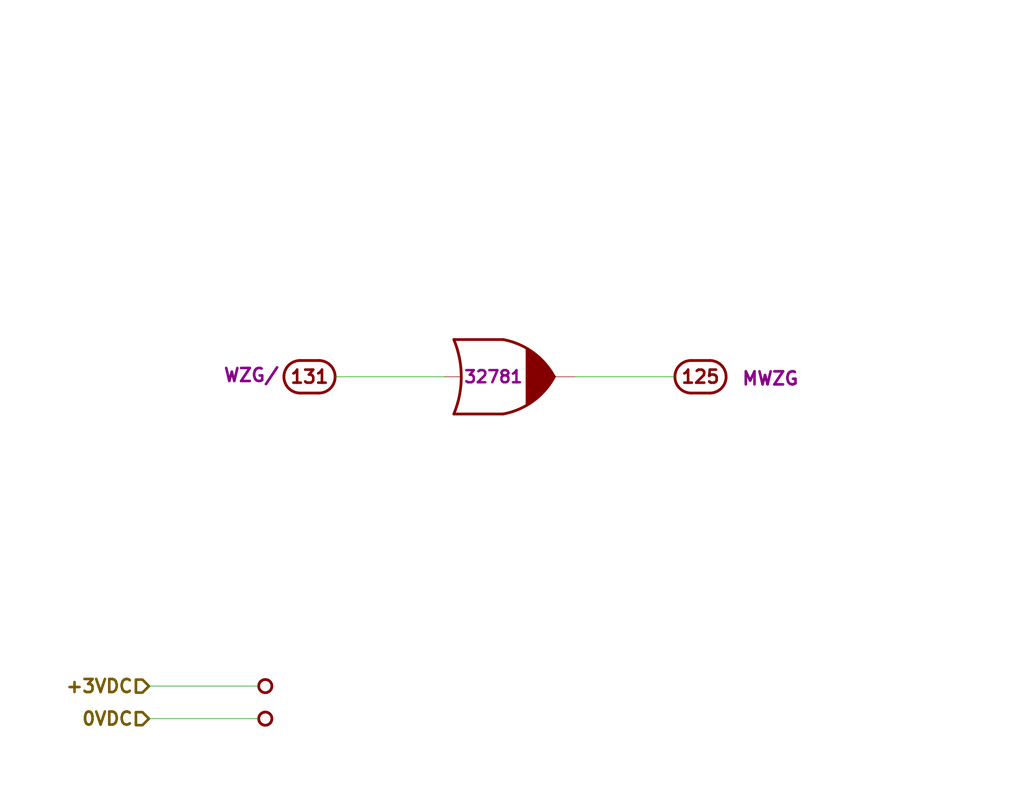
<source format=kicad_sch>
(kicad_sch (version 20211123) (generator eeschema)
  (paper "USLetter")
  (title_block (title "BLOCK I LOGIC FLOW B, MODULE A18, DRAWING 1006542") (date "2018-11-24") (rev "Draft") (comment 1 "Modules A18"))
  (wire (pts (xy 121.285 102.87) (xy 91.44 102.87)))
  (wire (pts (xy 156.845 102.87) (xy 184.15 102.87)))
  (wire (pts (xy 40.64 196.215) (xy 70.485 196.215)))
  (wire (pts (xy 40.64 187.325) (xy 70.485 187.325)))
  (hierarchical_label "0VDC" (shape input) (at 40.64 196.215 180) (effects (font (size 3.556 3.556) (thickness 0.7112) bold)))
  (hierarchical_label "+3VDC" (shape input) (at 40.64 187.325 180) (effects (font (size 3.556 3.556) (thickness 0.7112) bold)))
  (symbol (lib_id "D3NOR-NC-0VDC-expander-nd1021041:D3NOR-NC-0VDC-expander-nd1021041-_3_-___") (at 136.525 102.87 0) (mirror x) (unit 1)
    (property "Reference" "U1001" (effects hide))
    (property "Value" "D3NOR-NC-0VDC-expander-nd1021041-_3_-___" (effects hide))
    (property "Location" "32781" (at 134.62 102.87 0) (effects (font (size 3.302 3.302) bold)))
  )
  (symbol (lib_id "AGC_DSKY:ConnectorGeneric") (at 191.135 102.87 180) (unit 125)
    (property "Reference" "J1" (effects hide))
    (property "Value" "ConnectorGeneric" (effects hide))
    (property "Caption" "MWZG" (at 210.185 100.965 0) (effects (font (size 3.556 3.556) bold) (justify bottom)))
  )
  (symbol (lib_id "AGC_DSKY:ConnectorGeneric") (at 84.455 102.87 0) (unit 131)
    (property "Reference" "J1" (effects hide))
    (property "Value" "ConnectorGeneric" (effects hide))
    (property "Caption" "WZG/" (at 68.58 104.775 0) (effects (font (size 3.556 3.556) bold) (justify bottom)))
  )
  (symbol (lib_id "AGC_DSKY:Node2") (at 72.39 187.325 180)
    (property "Reference" "N1001" (effects hide))
    (property "Value" "Node2" (effects hide))
    (property "Caption" "+3VDC" (effects hide))
  )
  (symbol (lib_id "AGC_DSKY:Node2") (at 72.39 196.215 180)
    (property "Reference" "N1002" (effects hide))
    (property "Value" "Node2" (effects hide))
    (property "Caption" "0VDC" (effects hide))
  )
)
</source>
